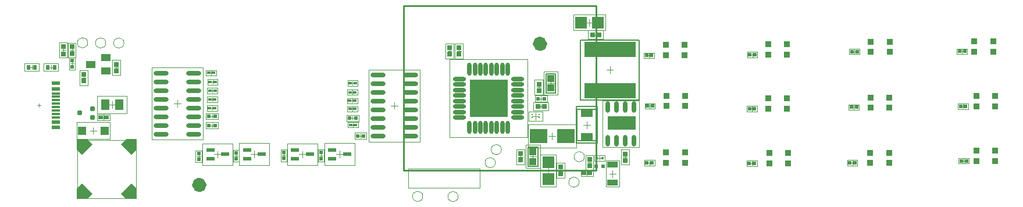
<source format=gtp>
G04*
G04 #@! TF.GenerationSoftware,Altium Limited,CircuitMaker,2.3.0 (2.3.0.3)*
G04*
G04 Layer_Color=7318015*
%FSLAX24Y24*%
%MOIN*%
G70*
G04*
G04 #@! TF.SameCoordinates,2A175E2D-0061-457C-8FEC-56F43111969E*
G04*
G04*
G04 #@! TF.FilePolarity,Positive*
G04*
G01*
G75*
%ADD11C,0.0039*%
%ADD13C,0.0100*%
%ADD14C,0.0050*%
%ADD15C,0.0079*%
%ADD16C,0.0059*%
%ADD18C,0.0020*%
%ADD19C,0.0433*%
%ADD20R,0.0220X0.0220*%
%ADD21R,0.0283X0.0299*%
%ADD22O,0.0236X0.0669*%
%ADD23R,0.0256X0.0236*%
%ADD24O,0.0236X0.0768*%
%ADD25R,0.0236X0.0276*%
%ADD26R,0.0492X0.0118*%
%ADD27R,0.0197X0.0177*%
%ADD28R,0.0492X0.0610*%
%ADD29R,0.0492X0.0197*%
%ADD30O,0.0768X0.0236*%
%ADD31R,0.0236X0.0276*%
%ADD32R,0.0197X0.0236*%
%ADD33R,0.0236X0.0197*%
%ADD34O,0.0866X0.0236*%
%ADD35R,0.0984X0.0787*%
%ADD36R,0.0394X0.0394*%
%ADD37R,0.0709X0.0650*%
%ADD38R,0.0217X0.0197*%
%ADD39R,0.0256X0.0256*%
%ADD40R,0.0177X0.0177*%
%ADD41R,0.0610X0.0354*%
%ADD42R,0.0374X0.0354*%
%ADD43R,0.0669X0.0512*%
%ADD44R,0.0650X0.0709*%
%ADD45R,0.0299X0.0283*%
%ADD46R,0.2953X0.0866*%
%ADD47P,0.0600X4X270.0*%
%ADD48R,0.0600X0.0600*%
%ADD49P,0.0600X4X360.0*%
%ADD50R,0.0600X0.0600*%
%ADD51C,0.0098*%
G04:AMPARAMS|DCode=52|XSize=23.6mil|YSize=29.5mil|CornerRadius=4.7mil|HoleSize=0mil|Usage=FLASHONLY|Rotation=90.000|XOffset=0mil|YOffset=0mil|HoleType=Round|Shape=RoundedRectangle|*
%AMROUNDEDRECTD52*
21,1,0.0236,0.0201,0,0,90.0*
21,1,0.0142,0.0295,0,0,90.0*
1,1,0.0094,0.0100,0.0071*
1,1,0.0094,0.0100,-0.0071*
1,1,0.0094,-0.0100,-0.0071*
1,1,0.0094,-0.0100,0.0071*
%
%ADD52ROUNDEDRECTD52*%
%ADD53R,0.0500X0.0500*%
%ADD54R,0.0551X0.0394*%
%ADD55R,0.0492X0.0236*%
G36*
X28840Y7335D02*
Y5213D01*
X26722D01*
X26711Y5203D01*
X26700Y5213D01*
Y7335D01*
X28843Y7338D01*
X28840Y7335D01*
D02*
G37*
G36*
X36190Y4471D02*
X34601D01*
Y5228D01*
X36190D01*
Y4471D01*
D02*
G37*
D11*
X4197Y3888D02*
X7544D01*
Y542D02*
Y3888D01*
X4197Y542D02*
X7544D01*
X4197D02*
Y3888D01*
X26015Y640D02*
G03*
X26015Y640I-295J0D01*
G01*
X33251Y2925D02*
G03*
X33251Y2925I-295J0D01*
G01*
X5818Y9449D02*
G03*
X5818Y9449I-295J0D01*
G01*
X6859Y9444D02*
G03*
X6859Y9444I-295J0D01*
G01*
X4780Y9454D02*
G03*
X4780Y9454I-295J0D01*
G01*
X28144Y2582D02*
G03*
X28144Y2582I-295J0D01*
G01*
X28494Y3332D02*
G03*
X28494Y3332I-295J0D01*
G01*
X32941Y1465D02*
G03*
X32941Y1465I-295J0D01*
G01*
X23988Y649D02*
G03*
X23988Y649I-295J0D01*
G01*
X4542Y7346D02*
Y7563D01*
X4434Y7455D02*
X4651D01*
X35147Y4818D02*
X35541D01*
X35344Y4621D02*
Y5015D01*
X19835Y6135D02*
X20051D01*
X19943Y6027D02*
Y6243D01*
X5983Y5913D02*
X6377D01*
X6180Y5717D02*
Y6110D01*
X14134Y3066D02*
X14528D01*
X14331Y2869D02*
Y3263D01*
X23154Y1127D02*
X27249D01*
Y2229D01*
X23154D02*
X27249D01*
X23154Y1127D02*
Y2229D01*
X27562Y6272D02*
X27956D01*
X27759Y6075D02*
Y6469D01*
X1573Y7947D02*
Y8163D01*
X1465Y8055D02*
X1681D01*
X2676Y7947D02*
Y8163D01*
X2567Y8055D02*
X2784D01*
X19965Y5027D02*
Y5243D01*
X19857Y5135D02*
X20074D01*
X20426Y4012D02*
Y4228D01*
X20317Y4120D02*
X20534D01*
X18047Y2987D02*
X18264D01*
X18155Y2879D02*
Y3095D01*
X15908Y3001D02*
X16125D01*
X16017Y2893D02*
Y3109D01*
X13173Y2978D02*
X13390D01*
X13281Y2870D02*
Y3087D01*
X11029Y2946D02*
X11246D01*
X11138Y2838D02*
Y3054D01*
X19218Y2866D02*
Y3260D01*
X19021Y3063D02*
X19414D01*
X17093Y2863D02*
Y3257D01*
X16897Y3060D02*
X17290D01*
X12228Y2865D02*
Y3259D01*
X12032Y3062D02*
X12425D01*
X11904Y5137D02*
Y5353D01*
X11796Y5245D02*
X12012D01*
X11909Y4612D02*
Y4829D01*
X11801Y4720D02*
X12017D01*
X22351Y5661D02*
Y6055D01*
X22154Y5858D02*
X22548D01*
X20874Y7925D02*
X23827D01*
X20874Y3791D02*
X23827D01*
X20874D02*
Y7925D01*
X23827Y3791D02*
Y7925D01*
X9922Y5775D02*
Y6169D01*
X9725Y5972D02*
X10119D01*
X8445Y3905D02*
X11398D01*
X8445Y8039D02*
X11398D01*
Y3905D02*
Y8039D01*
X8445Y3905D02*
Y8039D01*
X29492Y2925D02*
X29709D01*
X29600Y2816D02*
Y3033D01*
X30300Y2738D02*
Y3131D01*
X30104Y2935D02*
X30497D01*
X31876Y2037D02*
Y2253D01*
X31767Y2145D02*
X31984D01*
X30979Y2125D02*
X31373D01*
X31176Y1928D02*
Y2322D01*
X33278Y1975D02*
X33514D01*
X33396Y1857D02*
Y2093D01*
X36983Y2452D02*
Y2688D01*
X36865Y2570D02*
X37101D01*
X33546Y2487D02*
Y2703D01*
X33437Y2595D02*
X33654D01*
X34007Y2845D02*
X34224D01*
X34116Y2737D02*
Y2953D01*
X34870Y1754D02*
Y2148D01*
X34673Y1951D02*
X35067D01*
X35576Y2786D02*
Y3002D01*
X35467Y2894D02*
X35684D01*
X33189Y4745D02*
X33583D01*
X33386Y4548D02*
Y4942D01*
X33536Y10418D02*
Y10812D01*
X33339Y10615D02*
X33733D01*
X37001Y5712D02*
Y5948D01*
X36883Y5830D02*
X37119D01*
X36956Y8617D02*
Y8853D01*
X36838Y8735D02*
X37074D01*
X42871Y8652D02*
Y8888D01*
X42753Y8770D02*
X42989D01*
X42849Y2426D02*
Y2662D01*
X42731Y2544D02*
X42967D01*
X42735Y5675D02*
X42972D01*
X42853Y5557D02*
Y5793D01*
X48690Y5642D02*
Y5878D01*
X48572Y5760D02*
X48809D01*
X48728Y8837D02*
Y9073D01*
X48610Y8955D02*
X48846D01*
X48606Y2457D02*
Y2693D01*
X48488Y2575D02*
X48724D01*
X54878Y2685D02*
X55114D01*
X54996Y2567D02*
Y2803D01*
X54835Y5815D02*
X55072D01*
X54953Y5697D02*
Y5933D01*
X54893Y8847D02*
Y9083D01*
X54775Y8965D02*
X55012D01*
X33791Y9923D02*
X34007D01*
X33899Y9815D02*
Y10032D01*
X34509Y7905D02*
X34903D01*
X34706Y7708D02*
Y8102D01*
X26066Y8877D02*
Y9093D01*
X25957Y8985D02*
X26174D01*
X11823Y6713D02*
X12040D01*
X11932Y6605D02*
Y6822D01*
X11832Y7213D02*
X12049D01*
X11940Y7105D02*
Y7322D01*
X11810Y5715D02*
X12026D01*
X11918Y5607D02*
Y5823D01*
X11812Y6203D02*
X12029D01*
X11921Y6094D02*
Y6311D01*
X11748Y7734D02*
X11964D01*
X11856Y7625D02*
Y7842D01*
X30259Y5252D02*
X30653D01*
X30456Y5055D02*
Y5448D01*
X19847Y6625D02*
X20063D01*
X19955Y6517D02*
Y6733D01*
X19845Y5665D02*
X20062D01*
X19953Y5557D02*
Y5773D01*
X5570Y5175D02*
X5806D01*
X5688Y5057D02*
Y5293D01*
X3886Y8930D02*
Y9146D01*
X3777Y9038D02*
X3994D01*
X30769Y6144D02*
Y6361D01*
X30661Y6252D02*
X30877D01*
X3778Y8265D02*
X3994D01*
X3886Y8157D02*
Y8373D01*
X19859Y7149D02*
X20076D01*
X19968Y7040D02*
Y7257D01*
X30531Y6902D02*
X30747D01*
X30639Y6794D02*
Y7011D01*
X6326Y8027D02*
X6542D01*
X6434Y7918D02*
Y8135D01*
X3396Y8927D02*
Y9143D01*
X3287Y9035D02*
X3504D01*
X31319Y6941D02*
Y7335D01*
X31122Y7138D02*
X31516D01*
X19877Y4750D02*
X20094D01*
X19985Y4642D02*
Y4858D01*
X25417Y8986D02*
X25634D01*
X25526Y8878D02*
Y9094D01*
X30768Y5694D02*
Y5911D01*
X30660Y5802D02*
X30876D01*
X5100Y4228D02*
Y4622D01*
X4904Y4425D02*
X5297D01*
D13*
X22887Y11584D02*
X33911D01*
Y2135D02*
Y11584D01*
X22887Y2135D02*
X33911D01*
X22887D02*
Y11584D01*
D14*
X33033Y6192D02*
X36379D01*
X33033Y9618D02*
X36379D01*
X33033Y6192D02*
Y9618D01*
X36379Y6192D02*
Y9618D01*
D15*
X32772Y3695D02*
X34000D01*
Y5795D01*
X32772D02*
X34000D01*
X32772Y3695D02*
Y5795D01*
D16*
X30576Y2385D02*
Y3485D01*
X30025Y2385D02*
X30576D01*
X30025D02*
Y3485D01*
X30576D01*
X31044Y6588D02*
Y7688D01*
X31595D01*
Y6588D02*
Y7688D01*
X31044Y6588D02*
X31595D01*
X32811Y3839D02*
X33961D01*
Y5650D01*
X32811D02*
X33961D01*
X32811Y3839D02*
Y5650D01*
D18*
X4306Y7022D02*
X4779D01*
X4306Y7888D02*
X4779D01*
X4306Y7022D02*
Y7888D01*
X4779Y7022D02*
Y7888D01*
X36388Y3480D02*
Y6157D01*
X34301Y3480D02*
Y6157D01*
X36388D01*
X34301Y3480D02*
X36388D01*
X19648Y5977D02*
Y6292D01*
X20238Y5977D02*
Y6292D01*
X19648D02*
X20238D01*
X19648Y5977D02*
X20238D01*
X5334Y5402D02*
Y6425D01*
X7027Y5402D02*
Y6425D01*
X5334D02*
X7027D01*
X5334Y5402D02*
X7027D01*
X13465Y2436D02*
Y3696D01*
X15197Y2436D02*
Y3696D01*
X13465D02*
X15197D01*
X13465Y2436D02*
X15197D01*
X30003Y4028D02*
Y8516D01*
X25515Y4028D02*
Y8516D01*
Y4028D02*
X30003D01*
X25515Y8516D02*
X30003D01*
X1160Y7838D02*
X1987D01*
X1160Y8271D02*
X1987D01*
Y7838D02*
Y8271D01*
X1160Y7838D02*
Y8271D01*
X2262Y8271D02*
X3089D01*
X2262Y7838D02*
X3089D01*
X2262D02*
Y8271D01*
X3089Y7838D02*
Y8271D01*
X19623Y4958D02*
X20307D01*
X19623Y5312D02*
X20307D01*
Y4958D02*
Y5312D01*
X19623Y4958D02*
Y5312D01*
X20084Y3943D02*
X20768D01*
X20084Y4297D02*
X20768D01*
Y3943D02*
Y4297D01*
X20084Y3943D02*
Y4297D01*
X18333Y2645D02*
Y3329D01*
X17978Y2645D02*
Y3329D01*
X18333D01*
X17978Y2645D02*
X18333D01*
X16194Y2659D02*
Y3343D01*
X15840Y2659D02*
Y3343D01*
X16194D01*
X15840Y2659D02*
X16194D01*
X13459Y2637D02*
Y3320D01*
X13104Y2637D02*
Y3320D01*
X13459D01*
X13104Y2637D02*
X13459D01*
X11315Y2604D02*
Y3288D01*
X10961Y2604D02*
Y3288D01*
X11315D01*
X10961Y2604D02*
X11315D01*
X18351Y2433D02*
X20084D01*
X18351Y3693D02*
X20084D01*
Y2433D02*
Y3693D01*
X18351Y2433D02*
Y3693D01*
X16227Y2430D02*
X17960D01*
X16227Y3690D02*
X17960D01*
Y2430D02*
Y3690D01*
X16227Y2430D02*
Y3690D01*
X11362Y2432D02*
X13094D01*
X11362Y3692D02*
X13094D01*
Y2432D02*
Y3692D01*
X11362Y2432D02*
Y3692D01*
X11562Y5422D02*
X12246D01*
X11562Y5068D02*
X12246D01*
X11562D02*
Y5422D01*
X12246Y5068D02*
Y5422D01*
X11567Y4897D02*
X12251D01*
X11567Y4543D02*
X12251D01*
X11567D02*
Y4897D01*
X12251Y4543D02*
Y4897D01*
X31201Y4113D02*
X31595D01*
X31398Y3916D02*
Y4310D01*
X32776Y3444D02*
Y4782D01*
X30020D02*
X32776D01*
X30020Y3444D02*
Y4782D01*
Y3444D02*
X32776D01*
X29364Y2492D02*
Y3358D01*
X29837Y2492D02*
Y3358D01*
X29364Y2492D02*
X29837D01*
X29364Y3358D02*
X29837D01*
X29887Y3604D02*
X30714D01*
X29887Y2265D02*
X30714D01*
Y3604D01*
X29887Y2265D02*
Y3604D01*
X31640Y2578D02*
X32112D01*
X31640Y1712D02*
X32112D01*
Y2578D01*
X31640Y1712D02*
Y2578D01*
X30723Y1219D02*
Y3030D01*
X31628Y1219D02*
Y3030D01*
X30723Y1219D02*
X31628D01*
X30723Y3030D02*
X31628D01*
X33750Y1798D02*
Y2152D01*
X33041Y1798D02*
Y2152D01*
Y1798D02*
X33750D01*
X33041Y2152D02*
X33750D01*
X36688Y2412D02*
X37279D01*
X36688Y2727D02*
X37279D01*
Y2412D02*
Y2727D01*
X36688Y2412D02*
Y2727D01*
X33329Y2182D02*
X33762D01*
X33329Y3008D02*
X33762D01*
X33329Y2182D02*
Y3008D01*
X33762Y2182D02*
Y3008D01*
X33820Y2687D02*
Y3002D01*
X34411Y2687D02*
Y3002D01*
X33820D02*
X34411D01*
X33820Y2687D02*
X34411D01*
X34496Y1203D02*
X35244D01*
X34496Y2699D02*
X35244D01*
X34496Y1203D02*
Y2699D01*
X35244Y1203D02*
Y2699D01*
X35340Y2461D02*
X35812D01*
X35340Y3327D02*
X35812D01*
X35340Y2461D02*
Y3327D01*
X35812Y2461D02*
Y3327D01*
X32630Y11068D02*
X34441D01*
X32630Y10162D02*
X34441D01*
X32630D02*
Y11068D01*
X34441Y10162D02*
Y11068D01*
X36706Y5672D02*
X37296D01*
X36706Y5987D02*
X37296D01*
Y5672D02*
Y5987D01*
X36706Y5672D02*
Y5987D01*
X36660Y8577D02*
X37251D01*
X36660Y8892D02*
X37251D01*
Y8577D02*
Y8892D01*
X36660Y8577D02*
Y8892D01*
X42576Y8612D02*
X43166D01*
X42576Y8927D02*
X43166D01*
Y8612D02*
Y8927D01*
X42576Y8612D02*
Y8927D01*
X42553Y2387D02*
X43144D01*
X42553Y2702D02*
X43144D01*
Y2387D02*
Y2702D01*
X42553Y2387D02*
Y2702D01*
X42558Y5517D02*
Y5832D01*
X43149Y5517D02*
Y5832D01*
X42558D02*
X43149D01*
X42558Y5517D02*
X43149D01*
X48395Y5602D02*
X48986D01*
X48395Y5917D02*
X48986D01*
Y5602D02*
Y5917D01*
X48395Y5602D02*
Y5917D01*
X48433Y8797D02*
X49023D01*
X48433Y9112D02*
X49023D01*
Y8797D02*
Y9112D01*
X48433Y8797D02*
Y9112D01*
X48310Y2417D02*
X48901D01*
X48310Y2732D02*
X48901D01*
Y2417D02*
Y2732D01*
X48310Y2417D02*
Y2732D01*
X54700Y2527D02*
Y2842D01*
X55291Y2527D02*
Y2842D01*
X54700D02*
X55291D01*
X54700Y2527D02*
X55291D01*
X54658Y5657D02*
Y5972D01*
X55249Y5657D02*
Y5972D01*
X54658D02*
X55249D01*
X54658Y5657D02*
X55249D01*
X54598Y8807D02*
X55189D01*
X54598Y9122D02*
X55189D01*
Y8807D02*
Y9122D01*
X54598Y8807D02*
Y9122D01*
X34332Y9687D02*
Y10160D01*
X33466Y9687D02*
Y10160D01*
Y9687D02*
X34332D01*
X33466Y10160D02*
X34332D01*
X25830Y9418D02*
X26302D01*
X25830Y8552D02*
X26302D01*
Y9418D01*
X25830Y8552D02*
Y9418D01*
X12227Y6556D02*
Y6871D01*
X11636Y6556D02*
Y6871D01*
Y6556D02*
X12227D01*
X11636Y6871D02*
X12227D01*
X12236Y7056D02*
Y7371D01*
X11645Y7056D02*
Y7371D01*
Y7056D02*
X12236D01*
X11645Y7371D02*
X12236D01*
X12213Y5557D02*
Y5872D01*
X11623Y5557D02*
Y5872D01*
Y5557D02*
X12213D01*
X11623Y5872D02*
X12213D01*
X12216Y6045D02*
Y6360D01*
X11625Y6045D02*
Y6360D01*
Y6045D02*
X12216D01*
X11625Y6360D02*
X12216D01*
X12151Y7576D02*
Y7891D01*
X11561Y7576D02*
Y7891D01*
Y7576D02*
X12151D01*
X11561Y7891D02*
X12151D01*
X30860Y4986D02*
Y5517D01*
X30052Y4986D02*
Y5517D01*
Y4986D02*
X30860D01*
X30052Y5517D02*
X30860D01*
X19660Y6467D02*
Y6782D01*
X20250Y6467D02*
Y6782D01*
X19660D02*
X20250D01*
X19660Y6467D02*
X20250D01*
X19658Y5507D02*
Y5822D01*
X20249Y5507D02*
Y5822D01*
X19658D02*
X20249D01*
X19658Y5507D02*
X20249D01*
X6042Y4998D02*
Y5352D01*
X5333Y4998D02*
Y5352D01*
Y4998D02*
X6042D01*
X5333Y5352D02*
X6042D01*
X3669Y8625D02*
X4102D01*
X3669Y9451D02*
X4102D01*
X3669Y8625D02*
Y9451D01*
X4102Y8625D02*
Y9451D01*
X30427Y6429D02*
X31111D01*
X30427Y6075D02*
X31111D01*
X30427D02*
Y6429D01*
X31111Y6075D02*
Y6429D01*
X3709Y7923D02*
Y8607D01*
X4063Y7923D02*
Y8607D01*
X3709Y7923D02*
X4063D01*
X3709Y8607D02*
X4063D01*
X19672Y6991D02*
Y7306D01*
X20263Y6991D02*
Y7306D01*
X19672D02*
X20263D01*
X19672Y6991D02*
X20263D01*
X30875Y6469D02*
Y7335D01*
X30403Y6469D02*
Y7335D01*
X30875D01*
X30403Y6469D02*
X30875D01*
X6670Y7594D02*
Y8460D01*
X6198Y7594D02*
Y8460D01*
X6670D01*
X6198Y7594D02*
X6670D01*
X3160Y8602D02*
X3632D01*
X3160Y9468D02*
X3632D01*
X3160Y8602D02*
Y9468D01*
X3632Y8602D02*
Y9468D01*
X30906Y6469D02*
X31733D01*
X30906Y7807D02*
X31733D01*
X30906Y6469D02*
Y7807D01*
X31733Y6469D02*
Y7807D01*
X19690Y4593D02*
Y4907D01*
X20281Y4593D02*
Y4907D01*
X19690D02*
X20281D01*
X19690Y4593D02*
X20281D01*
X25762Y8553D02*
Y9419D01*
X25290Y8553D02*
Y9419D01*
X25762D01*
X25290Y8553D02*
X25762D01*
X30335Y5566D02*
X31201D01*
X30335Y6039D02*
X31201D01*
Y5566D02*
Y6039D01*
X30335Y5566D02*
Y6039D01*
X4156Y3952D02*
X6045D01*
X4156Y4897D02*
X6045D01*
Y3952D02*
Y4897D01*
X4156Y3952D02*
Y4897D01*
X1902Y5868D02*
X2099D01*
X2001Y5769D02*
Y5966D01*
D19*
X30900Y9398D02*
G03*
X30900Y9398I-197J0D01*
G01*
X11374Y1309D02*
G03*
X11374Y1309I-197J0D01*
G01*
D20*
X34316Y2385D02*
D03*
X33916D02*
D03*
D21*
X4542Y7266D02*
D03*
Y7644D02*
D03*
X29600Y2736D02*
D03*
Y3114D02*
D03*
X31876Y2334D02*
D03*
Y1956D02*
D03*
X35576Y2705D02*
D03*
Y3083D02*
D03*
X26066Y9174D02*
D03*
Y8796D02*
D03*
X30639Y7091D02*
D03*
Y6713D02*
D03*
X6434Y8216D02*
D03*
Y7838D02*
D03*
X3396Y8815D02*
D03*
Y9255D02*
D03*
X25526Y9175D02*
D03*
Y8797D02*
D03*
D22*
X36094Y5783D02*
D03*
X35594D02*
D03*
X35094D02*
D03*
X34594D02*
D03*
X36094Y3854D02*
D03*
X35594D02*
D03*
X35094D02*
D03*
X34594D02*
D03*
D23*
X33228Y1975D02*
D03*
X33563D02*
D03*
X5855Y5175D02*
D03*
X5520D02*
D03*
D24*
X27602Y4609D02*
D03*
X28861Y7936D02*
D03*
X28547D02*
D03*
X28232D02*
D03*
X27917D02*
D03*
X27602D02*
D03*
X27287D02*
D03*
X26972D02*
D03*
X26657D02*
D03*
Y4609D02*
D03*
X26972D02*
D03*
X27287D02*
D03*
X27917D02*
D03*
X28232D02*
D03*
X28547D02*
D03*
X28861D02*
D03*
D25*
X2479Y8055D02*
D03*
X1770D02*
D03*
D26*
X2966Y6360D02*
D03*
Y6163D02*
D03*
Y6557D02*
D03*
Y5179D02*
D03*
Y5572D02*
D03*
Y5376D02*
D03*
Y5769D02*
D03*
Y5966D02*
D03*
D27*
X19795Y6135D02*
D03*
X20091D02*
D03*
X12079Y6713D02*
D03*
X11784D02*
D03*
X12088Y7213D02*
D03*
X11793D02*
D03*
X12066Y5715D02*
D03*
X11770D02*
D03*
X12068Y6203D02*
D03*
X11773D02*
D03*
X12003Y7734D02*
D03*
X11708D02*
D03*
X19808Y6625D02*
D03*
X20103D02*
D03*
X19806Y5665D02*
D03*
X20101D02*
D03*
X19820Y7149D02*
D03*
X20115D02*
D03*
X19838Y4750D02*
D03*
X20133D02*
D03*
D28*
X5777Y5913D02*
D03*
X6584D02*
D03*
D29*
X13907Y3322D02*
D03*
Y2810D02*
D03*
X14754Y3066D02*
D03*
X19641Y3063D02*
D03*
X18794Y2807D02*
D03*
Y3319D02*
D03*
X17517Y3060D02*
D03*
X16670Y2804D02*
D03*
Y3316D02*
D03*
X12652Y3062D02*
D03*
X11805Y2806D02*
D03*
Y3318D02*
D03*
D30*
X29423Y5170D02*
D03*
Y5485D02*
D03*
Y5800D02*
D03*
Y6115D02*
D03*
Y6430D02*
D03*
Y6745D02*
D03*
Y7060D02*
D03*
Y7375D02*
D03*
X26096D02*
D03*
Y7060D02*
D03*
Y6745D02*
D03*
Y6430D02*
D03*
Y6115D02*
D03*
Y5800D02*
D03*
Y5485D02*
D03*
Y5170D02*
D03*
D31*
X1376Y8055D02*
D03*
X2873D02*
D03*
D32*
X19790Y5135D02*
D03*
X20140D02*
D03*
X20250Y4120D02*
D03*
X20601D02*
D03*
X12079Y5245D02*
D03*
X11729D02*
D03*
X12084Y4720D02*
D03*
X11734D02*
D03*
X30944Y6252D02*
D03*
X30594D02*
D03*
D33*
X18156Y2812D02*
D03*
Y3162D02*
D03*
X16017Y2826D02*
D03*
Y3176D02*
D03*
X13282Y2803D02*
D03*
Y3154D02*
D03*
X11138Y2771D02*
D03*
Y3121D02*
D03*
X3886Y8440D02*
D03*
Y8090D02*
D03*
D34*
X21406Y7608D02*
D03*
Y7108D02*
D03*
Y6608D02*
D03*
Y6108D02*
D03*
Y5608D02*
D03*
Y5108D02*
D03*
Y4608D02*
D03*
Y4108D02*
D03*
X23296Y7608D02*
D03*
Y7108D02*
D03*
Y6608D02*
D03*
Y6108D02*
D03*
Y5608D02*
D03*
Y5108D02*
D03*
Y4608D02*
D03*
Y4108D02*
D03*
X10867Y4222D02*
D03*
Y4722D02*
D03*
Y5222D02*
D03*
Y5722D02*
D03*
Y6222D02*
D03*
Y6722D02*
D03*
Y7222D02*
D03*
Y7722D02*
D03*
X8977Y4222D02*
D03*
Y4722D02*
D03*
Y5222D02*
D03*
Y5722D02*
D03*
Y6222D02*
D03*
Y6722D02*
D03*
Y7222D02*
D03*
Y7722D02*
D03*
D35*
X30611Y4113D02*
D03*
X32186D02*
D03*
D36*
X30300Y3210D02*
D03*
Y2659D02*
D03*
X31319Y6862D02*
D03*
Y7413D02*
D03*
D37*
X31176Y1643D02*
D03*
Y2607D02*
D03*
D38*
X37131Y2570D02*
D03*
X36836D02*
D03*
X37149Y5830D02*
D03*
X36853D02*
D03*
X37103Y8735D02*
D03*
X36808D02*
D03*
X43019Y8770D02*
D03*
X42723D02*
D03*
X42996Y2544D02*
D03*
X42701D02*
D03*
X42706Y5675D02*
D03*
X43001D02*
D03*
X48838Y5760D02*
D03*
X48543D02*
D03*
X48876Y8955D02*
D03*
X48580D02*
D03*
X48753Y2575D02*
D03*
X48458D02*
D03*
X54848Y2685D02*
D03*
X55143D02*
D03*
X54806Y5815D02*
D03*
X55101D02*
D03*
X55041Y8965D02*
D03*
X54746D02*
D03*
D39*
X33546Y2398D02*
D03*
Y2792D02*
D03*
X3886Y8841D02*
D03*
Y9235D02*
D03*
D40*
X33958Y2845D02*
D03*
X34273D02*
D03*
D41*
X34870Y1429D02*
D03*
Y2472D02*
D03*
D42*
X37934Y3160D02*
D03*
X39017D02*
D03*
X37934Y2570D02*
D03*
X39017D02*
D03*
X38987Y9330D02*
D03*
X37904D02*
D03*
Y8740D02*
D03*
X38987D02*
D03*
X44928Y3135D02*
D03*
X43846D02*
D03*
Y2544D02*
D03*
X44928D02*
D03*
X44867Y5670D02*
D03*
X43784D02*
D03*
X44867Y6260D02*
D03*
X43784D02*
D03*
X44867Y9360D02*
D03*
X43784D02*
D03*
Y8770D02*
D03*
X44867D02*
D03*
X39037Y6420D02*
D03*
Y5830D02*
D03*
X37954D02*
D03*
Y6420D02*
D03*
X55594Y9540D02*
D03*
X56677D02*
D03*
X55594Y8950D02*
D03*
X56677D02*
D03*
X50708Y3155D02*
D03*
X49626D02*
D03*
Y2564D02*
D03*
X50708D02*
D03*
X56797Y3270D02*
D03*
X55714D02*
D03*
Y2680D02*
D03*
X56797D02*
D03*
X50727Y6320D02*
D03*
Y5730D02*
D03*
X49644D02*
D03*
Y6320D02*
D03*
X50747Y9520D02*
D03*
X49664D02*
D03*
Y8930D02*
D03*
X50747D02*
D03*
X56797Y6410D02*
D03*
Y5820D02*
D03*
X55714D02*
D03*
Y6410D02*
D03*
D43*
X33386Y5445D02*
D03*
Y4045D02*
D03*
D44*
X33053Y10615D02*
D03*
X34018D02*
D03*
D45*
X34088Y9923D02*
D03*
X33710D02*
D03*
X30957Y5802D02*
D03*
X30579D02*
D03*
D46*
X34706Y6724D02*
D03*
Y9086D02*
D03*
D47*
X4758Y803D02*
D03*
X4459Y1103D02*
D03*
X6982Y3627D02*
D03*
X7282Y3327D02*
D03*
D48*
X4459Y803D02*
D03*
X7282Y3627D02*
D03*
D49*
Y1103D02*
D03*
X6982Y803D02*
D03*
X4459Y3327D02*
D03*
X4758Y3627D02*
D03*
D50*
X7282Y803D02*
D03*
X4459Y3627D02*
D03*
D51*
X30653Y5171D02*
D03*
X30259D02*
D03*
X30653Y5332D02*
D03*
X30259D02*
D03*
D52*
X4336Y5435D02*
D03*
X5065Y5691D02*
D03*
Y5179D02*
D03*
D53*
X5750Y4425D02*
D03*
X4450D02*
D03*
D54*
X5815Y7850D02*
D03*
Y8598D02*
D03*
X4949Y8224D02*
D03*
D55*
X2966Y6813D02*
D03*
Y4923D02*
D03*
Y4608D02*
D03*
Y7128D02*
D03*
M02*

</source>
